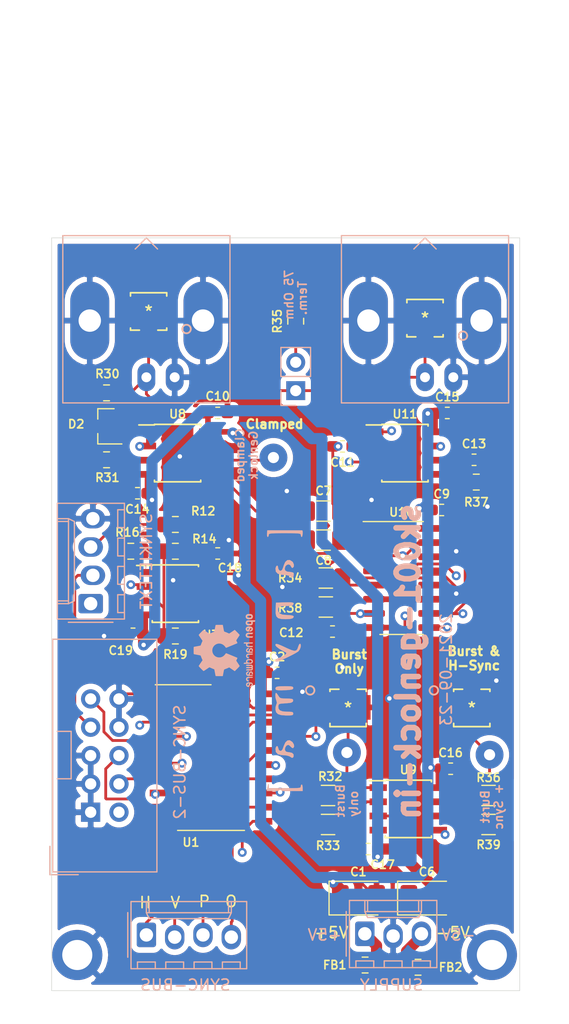
<source format=kicad_pcb>
(kicad_pcb (version 20171130) (host pcbnew "(5.1.5-0-10_14)")
  (layers (0 F.Cu signal) (1 In1.Cu signal) (2 In2.Cu signal) (31 B.Cu signal) (34 B.Paste user) (35 F.Paste user) (36 B.SilkS user) (37 F.SilkS user) (38 B.Mask user) (39 F.Mask user) (44 Edge.Cuts user))
  (net 0 "")
  (net 1 GND)
  (net 2 +5V)
  (net 3 -5V)
  (net 4 "Net-(C11-Pad2)")
  (net 5 "Net-(C7-Pad1)")
  (net 6 "Net-(C8-Pad1)")
  (net 7 "Net-(C11-Pad1)")
  (net 8 "Net-(C13-Pad1)")
  (net 9 "Net-(D2-Pad3)")
  (net 10 /supply+)
  (net 11 "Net-(FB2-Pad1)")
  (net 12 synkietxt)
  (net 13 synkietxt_enable)
  (net 14 synkietxt_in)
  (net 15 clamped_genlock)
  (net 16 "Net-(J4-Pad2)")
  (net 17 "Net-(J4-Pad4)")
  (net 18 "Net-(J4-Pad6)")
  (net 19 "Net-(J4-Pad9)")
  (net 20 "Net-(J17-Pad1)")
  (net 21 "Net-(J8-Pad1)")
  (net 22 "Net-(J8-Pad2)")
  (net 23 "Net-(J8-Pad3)")
  (net 24 "Net-(J8-Pad4)")
  (net 25 "Net-(J11-Pad1)")
  (net 26 /genlock_in)
  (net 27 "Net-(J16-Pad2)")
  (net 28 "Net-(R14-Pad2)")
  (net 29 "Net-(R31-Pad2)")
  (net 30 "Net-(R32-Pad1)")
  (net 31 /synctip)
  (net 32 "Net-(R36-Pad1)")
  (net 33 hsync)
  (net 34 vsync)
  (net 35 porch)
  (net 36 oddeven)
  (net 37 "Net-(U3-Pad5)")
  (net 38 /burst_only)
  (net 39 "Net-(U10-Pad4)")
  (module synkie_footprints:TE_UMCC_2337019-1 (layer F.Cu) (at 90 64.7 180)
    (fp_text reference J7 hide)
    (fp_text value UMCC hide)
    (fp_text user * (at 0 0) (layer F.SilkS))
    (pad 1 smd rect (at 0 -1.5744 180) (size 1 1.05) (layers F.Cu F.Paste F.Mask) (net 26 /genlock_in))
    (pad 2 smd rect (at -1.497501 -0.049399 180) (size 1.0414 2.2098) (layers F.Cu F.Paste F.Mask) (net 1 GND))
    (pad 3 smd rect (at 1.497501 -0.049399 180) (size 1.0414 2.2098) (layers F.Cu F.Paste F.Mask) (net 1 GND))
  )
  (module synkie_footprints:TE_UMCC_2337019-1 (layer F.Cu) (at 65.2 64.1 180)
    (fp_text reference J6 hide)
    (fp_text value UMCC hide)
    (fp_text user * (at 0 0) (layer F.SilkS))
    (pad 1 smd rect (at 0 -1.5744 180) (size 1 1.05) (layers F.Cu F.Paste F.Mask) (net 26 /genlock_in))
    (pad 2 smd rect (at -1.497501 -0.049399 180) (size 1.0414 2.2098) (layers F.Cu F.Paste F.Mask) (net 1 GND))
    (pad 3 smd rect (at 1.497501 -0.049399 180) (size 1.0414 2.2098) (layers F.Cu F.Paste F.Mask) (net 1 GND))
  )
  (module Package_SO:SO-20_12.8x7.5mm_P1.27mm (layer F.Cu) (at 70.8 104.1)
    (fp_text reference U1 (at -1.8 7.6) (layer F.SilkS) (effects (font (size 0.75 0.75))))
    (fp_text value 74HC244)
    (pad 20 smd rect (at 4.75 -5.715) (size 1.5 0.6) (layers F.Cu F.Paste F.Mask) (net 2 +5V))
    (pad 19 smd rect (at 4.75 -4.445) (size 1.5 0.6) (layers F.Cu F.Paste F.Mask) (net 1 GND))
    (pad 18 smd rect (at 4.75 -3.175) (size 1.5 0.6) (layers F.Cu F.Paste F.Mask) (net 21 "Net-(J8-Pad1)"))
    (pad 17 smd rect (at 4.75 -1.905) (size 1.5 0.6) (layers F.Cu F.Paste F.Mask) (net 33 hsync))
    (pad 16 smd rect (at 4.75 -0.635) (size 1.5 0.6) (layers F.Cu F.Paste F.Mask) (net 22 "Net-(J8-Pad2)"))
    (pad 15 smd rect (at 4.75 0.635) (size 1.5 0.6) (layers F.Cu F.Paste F.Mask) (net 34 vsync))
    (pad 14 smd rect (at 4.75 1.905) (size 1.5 0.6) (layers F.Cu F.Paste F.Mask) (net 23 "Net-(J8-Pad3)"))
    (pad 13 smd rect (at 4.75 3.175) (size 1.5 0.6) (layers F.Cu F.Paste F.Mask) (net 35 porch))
    (pad 12 smd rect (at 4.75 4.445) (size 1.5 0.6) (layers F.Cu F.Paste F.Mask) (net 24 "Net-(J8-Pad4)"))
    (pad 11 smd rect (at 4.75 5.715) (size 1.5 0.6) (layers F.Cu F.Paste F.Mask) (net 12 synkietxt))
    (pad 10 smd rect (at -4.75 5.715) (size 1.5 0.6) (layers F.Cu F.Paste F.Mask) (net 1 GND))
    (pad 9 smd rect (at -4.75 4.445) (size 1.5 0.6) (layers F.Cu F.Paste F.Mask) (net 18 "Net-(J4-Pad6)"))
    (pad 8 smd rect (at -4.75 3.175) (size 1.5 0.6) (layers F.Cu F.Paste F.Mask) (net 36 oddeven))
    (pad 7 smd rect (at -4.75 1.905) (size 1.5 0.6) (layers F.Cu F.Paste F.Mask) (net 17 "Net-(J4-Pad4)"))
    (pad 1 smd rect (at -4.75 -5.715) (size 1.5 0.6) (layers F.Cu F.Paste F.Mask) (net 1 GND))
    (pad 2 smd rect (at -4.75 -4.445) (size 1.5 0.6) (layers F.Cu F.Paste F.Mask) (net 33 hsync))
    (pad 3 smd rect (at -4.75 -3.175) (size 1.5 0.6) (layers F.Cu F.Paste F.Mask) (net 16 "Net-(J4-Pad2)"))
    (pad 4 smd rect (at -4.75 -1.905) (size 1.5 0.6) (layers F.Cu F.Paste F.Mask) (net 34 vsync))
    (pad 5 smd rect (at -4.75 -0.635) (size 1.5 0.6) (layers F.Cu F.Paste F.Mask) (net 19 "Net-(J4-Pad9)"))
    (pad 6 smd rect (at -4.75 0.635) (size 1.5 0.6) (layers F.Cu F.Paste F.Mask) (net 35 porch))
  )
  (module synkie_footprints:SOIC-8_3.9x4.9mm_P1.27mm (layer F.Cu) (at 88.2 76.8)
    (fp_text reference U11 (at 0 -3.5) (layer F.SilkS) (effects (font (size 0.75 0.75))))
    (fp_text value LM1881)
    (pad 8 smd rect (at 2.7 -1.905) (size 1.55 0.6) (layers F.Cu F.Paste F.Mask) (net 2 +5V))
    (pad 7 smd rect (at 2.7 -0.635) (size 1.55 0.6) (layers F.Cu F.Paste F.Mask) (net 36 oddeven))
    (pad 6 smd rect (at 2.7 0.635) (size 1.55 0.6) (layers F.Cu F.Paste F.Mask) (net 8 "Net-(C13-Pad1)"))
    (pad 5 smd rect (at 2.7 1.905) (size 1.55 0.6) (layers F.Cu F.Paste F.Mask) (net 35 porch))
    (pad 4 smd rect (at -2.7 1.905) (size 1.55 0.6) (layers F.Cu F.Paste F.Mask) (net 1 GND))
    (pad 3 smd rect (at -2.7 0.635) (size 1.55 0.6) (layers F.Cu F.Paste F.Mask) (net 34 vsync))
    (pad 2 smd rect (at -2.7 -0.635) (size 1.55 0.6) (layers F.Cu F.Paste F.Mask) (net 7 "Net-(C11-Pad1)"))
    (pad 1 smd rect (at -2.7 -1.905) (size 1.55 0.6) (layers F.Cu F.Paste F.Mask) (net 33 hsync))
  )
  (module synkie_footprints:SOIC-16_3.9x9.9mm_P1.27mm (layer F.Cu) (at 87.9 88)
    (fp_text reference U10 (at 0 -5.9) (layer F.SilkS) (effects (font (size 0.75 0.75))))
    (fp_text value 4053)
    (pad 1 smd roundrect (at -2.475 -4.445) (size 1.95 0.6) (layers F.Cu F.Paste F.Mask) (net 1 GND))
    (pad 2 smd roundrect (at -2.475 -3.175) (size 1.95 0.6) (layers F.Cu F.Paste F.Mask) (net 6 "Net-(C8-Pad1)"))
    (pad 3 smd roundrect (at -2.475 -1.905) (size 1.95 0.6) (layers F.Cu F.Paste F.Mask) (net 38 /burst_only))
    (pad 4 smd roundrect (at -2.475 -0.635) (size 1.95 0.6) (layers F.Cu F.Paste F.Mask) (net 39 "Net-(U10-Pad4)"))
    (pad 5 smd roundrect (at -2.475 0.635) (size 1.95 0.6) (layers F.Cu F.Paste F.Mask) (net 31 /synctip))
    (pad 6 smd roundrect (at -2.475 1.905) (size 1.95 0.6) (layers F.Cu F.Paste F.Mask) (net 1 GND))
    (pad 7 smd roundrect (at -2.475 3.175) (size 1.95 0.6) (layers F.Cu F.Paste F.Mask) (net 3 -5V))
    (pad 8 smd roundrect (at -2.475 4.445) (size 1.95 0.6) (layers F.Cu F.Paste F.Mask) (net 1 GND))
    (pad 9 smd roundrect (at 2.475 4.445) (size 1.95 0.6) (layers F.Cu F.Paste F.Mask) (net 33 hsync))
    (pad 10 smd roundrect (at 2.475 3.175) (size 1.95 0.6) (layers F.Cu F.Paste F.Mask) (net 35 porch))
    (pad 11 smd roundrect (at 2.475 1.905) (size 1.95 0.6) (layers F.Cu F.Paste F.Mask) (net 35 porch))
    (pad 12 smd roundrect (at 2.475 0.635) (size 1.95 0.6) (layers F.Cu F.Paste F.Mask) (net 5 "Net-(C7-Pad1)"))
    (pad 13 smd roundrect (at 2.475 -0.635) (size 1.95 0.6) (layers F.Cu F.Paste F.Mask) (net 1 GND))
    (pad 14 smd roundrect (at 2.475 -1.905) (size 1.95 0.6) (layers F.Cu F.Paste F.Mask) (net 1 GND))
    (pad 15 smd roundrect (at 2.475 -3.175) (size 1.95 0.6) (layers F.Cu F.Paste F.Mask) (net 38 /burst_only))
    (pad 16 smd roundrect (at 2.475 -4.445) (size 1.95 0.6) (layers F.Cu F.Paste F.Mask) (net 2 +5V))
  )
  (module synkie_footprints:SOIC-8_3.9x4.9mm_P1.27mm (layer F.Cu) (at 88.5 108.7)
    (fp_text reference U9 (at 0 -3.5) (layer F.SilkS) (effects (font (size 0.75 0.75))))
    (fp_text value MAX4392)
    (pad 8 smd rect (at 2.7 -1.905) (size 1.55 0.6) (layers F.Cu F.Paste F.Mask) (net 2 +5V))
    (pad 7 smd rect (at 2.7 -0.635) (size 1.55 0.6) (layers F.Cu F.Paste F.Mask) (net 20 "Net-(J17-Pad1)"))
    (pad 6 smd rect (at 2.7 0.635) (size 1.55 0.6) (layers F.Cu F.Paste F.Mask) (net 32 "Net-(R36-Pad1)"))
    (pad 5 smd rect (at 2.7 1.905) (size 1.55 0.6) (layers F.Cu F.Paste F.Mask) (net 39 "Net-(U10-Pad4)"))
    (pad 4 smd rect (at -2.7 1.905) (size 1.55 0.6) (layers F.Cu F.Paste F.Mask) (net 3 -5V))
    (pad 3 smd rect (at -2.7 0.635) (size 1.55 0.6) (layers F.Cu F.Paste F.Mask) (net 38 /burst_only))
    (pad 2 smd rect (at -2.7 -0.635) (size 1.55 0.6) (layers F.Cu F.Paste F.Mask) (net 30 "Net-(R32-Pad1)"))
    (pad 1 smd rect (at -2.7 -1.905) (size 1.55 0.6) (layers F.Cu F.Paste F.Mask) (net 25 "Net-(J11-Pad1)"))
  )
  (module synkie_footprints:SOIC-8_3.9x4.9mm_P1.27mm (layer F.Cu) (at 67.8 76.8)
    (fp_text reference U8 (at 0 -3.5) (layer F.SilkS) (effects (font (size 0.75 0.75))))
    (fp_text value LMH6643)
    (pad 8 smd rect (at 2.7 -1.905) (size 1.55 0.6) (layers F.Cu F.Paste F.Mask) (net 2 +5V))
    (pad 7 smd rect (at 2.7 -0.635) (size 1.55 0.6) (layers F.Cu F.Paste F.Mask) (net 15 clamped_genlock))
    (pad 6 smd rect (at 2.7 0.635) (size 1.55 0.6) (layers F.Cu F.Paste F.Mask) (net 15 clamped_genlock))
    (pad 5 smd rect (at 2.7 1.905) (size 1.55 0.6) (layers F.Cu F.Paste F.Mask) (net 5 "Net-(C7-Pad1)"))
    (pad 4 smd rect (at -2.7 1.905) (size 1.55 0.6) (layers F.Cu F.Paste F.Mask) (net 3 -5V))
    (pad 3 smd rect (at -2.7 0.635) (size 1.55 0.6) (layers F.Cu F.Paste F.Mask) (net 29 "Net-(R31-Pad2)"))
    (pad 2 smd rect (at -2.7 -0.635) (size 1.55 0.6) (layers F.Cu F.Paste F.Mask) (net 4 "Net-(C11-Pad2)"))
    (pad 1 smd rect (at -2.7 -1.905) (size 1.55 0.6) (layers F.Cu F.Paste F.Mask) (net 4 "Net-(C11-Pad2)"))
  )
  (module Symbol:OSHW-Logo2_7.3x6mm_SilkScreen (layer B.Cu) (at 72 94.5 270)
    (fp_text reference U7 hide)
    (fp_text value LOGO hide)
  )
  (module anyma_footprints:logo_anyma (layer B.Cu) (at 77.5 95.5 270)
    (fp_text reference U5 hide)
    (fp_text value LOGO hide)
  )
  (module synkie_footprints:SOIC-8_3.9x4.9mm_P1.27mm (layer F.Cu) (at 67.6 89.4)
    (fp_text reference U3 (at 3.2 3.7) (layer F.SilkS) (effects (font (size 0.75 0.75))))
    (fp_text value LM311)
    (pad 8 smd rect (at 2.7 -1.905) (size 1.55 0.6) (layers F.Cu F.Paste F.Mask) (net 2 +5V))
    (pad 7 smd rect (at 2.7 -0.635) (size 1.55 0.6) (layers F.Cu F.Paste F.Mask) (net 14 synkietxt_in))
    (pad 6 smd rect (at 2.7 0.635) (size 1.55 0.6) (layers F.Cu F.Paste F.Mask) (net 37 "Net-(U3-Pad5)"))
    (pad 5 smd rect (at 2.7 1.905) (size 1.55 0.6) (layers F.Cu F.Paste F.Mask) (net 37 "Net-(U3-Pad5)"))
    (pad 4 smd rect (at -2.7 1.905) (size 1.55 0.6) (layers F.Cu F.Paste F.Mask) (net 3 -5V))
    (pad 3 smd rect (at -2.7 0.635) (size 1.55 0.6) (layers F.Cu F.Paste F.Mask) (net 28 "Net-(R14-Pad2)"))
    (pad 2 smd rect (at -2.7 -0.635) (size 1.55 0.6) (layers F.Cu F.Paste F.Mask) (net 15 clamped_genlock))
    (pad 1 smd rect (at -2.7 -1.905) (size 1.55 0.6) (layers F.Cu F.Paste F.Mask) (net 1 GND))
  )
  (module synkie_footprints:R_1206_3216Metric_Pad1.42x1.75mm_HandSolder (layer F.Cu) (at 95.7 110.1 180)
    (fp_text reference R39 (at 0 -1.82) (layer F.SilkS) (effects (font (size 0.75 0.75))))
    (fp_text value 200)
    (pad 2 smd roundrect (at 1.4875 0 180) (size 1.425 1.75) (layers F.Cu F.Paste F.Mask) (roundrect_rratio 0.175439) (net 32 "Net-(R36-Pad1)"))
    (pad 1 smd roundrect (at -1.4875 0 180) (size 1.425 1.75) (layers F.Cu F.Paste F.Mask) (roundrect_rratio 0.175439) (net 1 GND))
  )
  (module synkie_footprints:R_1206_3216Metric_Pad1.42x1.75mm_HandSolder (layer F.Cu) (at 81.1 90.6 180)
    (fp_text reference R38 (at 3.2 -0.1) (layer F.SilkS) (effects (font (size 0.75 0.75))))
    (fp_text value 4k7)
    (pad 2 smd roundrect (at 1.4875 0 180) (size 1.425 1.75) (layers F.Cu F.Paste F.Mask) (roundrect_rratio 0.175439) (net 31 /synctip))
    (pad 1 smd roundrect (at -1.4875 0 180) (size 1.425 1.75) (layers F.Cu F.Paste F.Mask) (roundrect_rratio 0.175439) (net 3 -5V))
  )
  (module synkie_footprints:R_0805_2012Metric_Pad1.15x1.40mm_HandSolder (layer F.Cu) (at 94.6 79.4)
    (fp_text reference R37 (at 0 1.8) (layer F.SilkS) (effects (font (size 0.75 0.75))))
    (fp_text value 680k)
    (pad 2 smd roundrect (at 1.025 0) (size 1.15 1.4) (layers F.Cu F.Paste F.Mask) (roundrect_rratio 0.217391) (net 1 GND))
    (pad 1 smd roundrect (at -1.025 0) (size 1.15 1.4) (layers F.Cu F.Paste F.Mask) (roundrect_rratio 0.217391) (net 8 "Net-(C13-Pad1)"))
  )
  (module synkie_footprints:R_1206_3216Metric_Pad1.42x1.75mm_HandSolder (layer F.Cu) (at 95.7 107.5 180)
    (fp_text reference R36 (at 0 1.6) (layer F.SilkS) (effects (font (size 0.75 0.75))))
    (fp_text value 200)
    (pad 2 smd roundrect (at 1.4875 0 180) (size 1.425 1.75) (layers F.Cu F.Paste F.Mask) (roundrect_rratio 0.175439) (net 20 "Net-(J17-Pad1)"))
    (pad 1 smd roundrect (at -1.4875 0 180) (size 1.425 1.75) (layers F.Cu F.Paste F.Mask) (roundrect_rratio 0.175439) (net 32 "Net-(R36-Pad1)"))
  )
  (module synkie_footprints:R_0805_2012Metric_Pad1.15x1.40mm_HandSolder (layer F.Cu) (at 78.4 64.975 90)
    (fp_text reference R35 (at 0 -1.65 90) (layer F.SilkS) (effects (font (size 0.75 0.75))))
    (fp_text value 75)
    (pad 2 smd roundrect (at 1.025 0 90) (size 1.15 1.4) (layers F.Cu F.Paste F.Mask) (roundrect_rratio 0.217391) (net 1 GND))
    (pad 1 smd roundrect (at -1.025 0 90) (size 1.15 1.4) (layers F.Cu F.Paste F.Mask) (roundrect_rratio 0.217391) (net 27 "Net-(J16-Pad2)"))
  )
  (module synkie_footprints:R_1206_3216Metric_Pad1.42x1.75mm_HandSolder (layer F.Cu) (at 81.1 88 180)
    (fp_text reference R34 (at 3.2 0) (layer F.SilkS) (effects (font (size 0.75 0.75))))
    (fp_text value 150)
    (pad 2 smd roundrect (at 1.4875 0 180) (size 1.425 1.75) (layers F.Cu F.Paste F.Mask) (roundrect_rratio 0.175439) (net 1 GND))
    (pad 1 smd roundrect (at -1.4875 0 180) (size 1.425 1.75) (layers F.Cu F.Paste F.Mask) (roundrect_rratio 0.175439) (net 31 /synctip))
  )
  (module synkie_footprints:R_1206_3216Metric_Pad1.42x1.75mm_HandSolder (layer F.Cu) (at 81.3 110.1)
    (fp_text reference R33 (at 0 1.9) (layer F.SilkS) (effects (font (size 0.75 0.75))))
    (fp_text value 200)
    (pad 2 smd roundrect (at 1.4875 0) (size 1.425 1.75) (layers F.Cu F.Paste F.Mask) (roundrect_rratio 0.175439) (net 30 "Net-(R32-Pad1)"))
    (pad 1 smd roundrect (at -1.4875 0) (size 1.425 1.75) (layers F.Cu F.Paste F.Mask) (roundrect_rratio 0.175439) (net 1 GND))
  )
  (module synkie_footprints:R_1206_3216Metric_Pad1.42x1.75mm_HandSolder (layer F.Cu) (at 81.3 107.5)
    (fp_text reference R32 (at 0.2 -1.7) (layer F.SilkS) (effects (font (size 0.75 0.75))))
    (fp_text value 200)
    (pad 2 smd roundrect (at 1.4875 0) (size 1.425 1.75) (layers F.Cu F.Paste F.Mask) (roundrect_rratio 0.175439) (net 25 "Net-(J11-Pad1)"))
    (pad 1 smd roundrect (at -1.4875 0) (size 1.425 1.75) (layers F.Cu F.Paste F.Mask) (roundrect_rratio 0.175439) (net 30 "Net-(R32-Pad1)"))
  )
  (module synkie_footprints:R_0805_2012Metric_Pad1.15x1.40mm_HandSolder (layer F.Cu) (at 61.425 77.4)
    (fp_text reference R31 (at 0.075 1.6) (layer F.SilkS) (effects (font (size 0.75 0.75))))
    (fp_text value 75)
    (pad 2 smd roundrect (at 1.025 0) (size 1.15 1.4) (layers F.Cu F.Paste F.Mask) (roundrect_rratio 0.217391) (net 29 "Net-(R31-Pad2)"))
    (pad 1 smd roundrect (at -1.025 0) (size 1.15 1.4) (layers F.Cu F.Paste F.Mask) (roundrect_rratio 0.217391) (net 9 "Net-(D2-Pad3)"))
  )
  (module synkie_footprints:R_0805_2012Metric_Pad1.15x1.40mm_HandSolder (layer F.Cu) (at 61.425 71.4 180)
    (fp_text reference R30 (at -0.075 1.7) (layer F.SilkS) (effects (font (size 0.75 0.75))))
    (fp_text value 75)
    (pad 2 smd roundrect (at 1.025 0 180) (size 1.15 1.4) (layers F.Cu F.Paste F.Mask) (roundrect_rratio 0.217391) (net 9 "Net-(D2-Pad3)"))
    (pad 1 smd roundrect (at -1.025 0 180) (size 1.15 1.4) (layers F.Cu F.Paste F.Mask) (roundrect_rratio 0.217391) (net 26 /genlock_in))
  )
  (module synkie_footprints:R_0805_2012Metric_Pad1.15x1.40mm_HandSolder (layer F.Cu) (at 67.6 93.2 180)
    (fp_text reference R19 (at 0 -1.65) (layer F.SilkS) (effects (font (size 0.75 0.75))))
    (fp_text value 510k)
    (pad 2 smd roundrect (at 1.025 0 180) (size 1.15 1.4) (layers F.Cu F.Paste F.Mask) (roundrect_rratio 0.217391) (net 28 "Net-(R14-Pad2)"))
    (pad 1 smd roundrect (at -1.025 0 180) (size 1.15 1.4) (layers F.Cu F.Paste F.Mask) (roundrect_rratio 0.217391) (net 14 synkietxt_in))
  )
  (module synkie_footprints:R_0805_2012Metric_Pad1.15x1.40mm_HandSolder (layer F.Cu) (at 63.6 85.6 180)
    (fp_text reference R16 (at 0.3 1.7) (layer F.SilkS) (effects (font (size 0.75 0.75))))
    (fp_text value 300)
    (pad 2 smd roundrect (at 1.025 0 180) (size 1.15 1.4) (layers F.Cu F.Paste F.Mask) (roundrect_rratio 0.217391) (net 1 GND))
    (pad 1 smd roundrect (at -1.025 0 180) (size 1.15 1.4) (layers F.Cu F.Paste F.Mask) (roundrect_rratio 0.217391) (net 28 "Net-(R14-Pad2)"))
  )
  (module synkie_footprints:R_0805_2012Metric_Pad1.15x1.40mm_HandSolder (layer F.Cu) (at 67.6 85.6 180)
    (fp_text reference R14 (at -2.6 1.1) (layer F.SilkS) (effects (font (size 0.75 0.75))))
    (fp_text value 3k)
    (pad 2 smd roundrect (at 1.025 0 180) (size 1.15 1.4) (layers F.Cu F.Paste F.Mask) (roundrect_rratio 0.217391) (net 28 "Net-(R14-Pad2)"))
    (pad 1 smd roundrect (at -1.025 0 180) (size 1.15 1.4) (layers F.Cu F.Paste F.Mask) (roundrect_rratio 0.217391) (net 2 +5V))
  )
  (module synkie_footprints:R_0805_2012Metric_Pad1.15x1.40mm_HandSolder (layer F.Cu) (at 67.6 83.2 180)
    (fp_text reference R12 (at -2.5 1.2) (layer F.SilkS) (effects (font (size 0.75 0.75))))
    (fp_text value 3k)
    (pad 2 smd roundrect (at 1.025 0 180) (size 1.15 1.4) (layers F.Cu F.Paste F.Mask) (roundrect_rratio 0.217391) (net 14 synkietxt_in))
    (pad 1 smd roundrect (at -1.025 0 180) (size 1.15 1.4) (layers F.Cu F.Paste F.Mask) (roundrect_rratio 0.217391) (net 2 +5V))
  )
  (module synkie_footprints:TE_UMCC_2337019-1 (layer F.Cu) (at 94.197501 99.649399)
    (fp_text reference J17 hide)
    (fp_text value UMCC hide)
    (fp_text user * (at 0 0) (layer F.SilkS))
    (pad 1 smd rect (at 0 -1.5744) (size 1 1.05) (layers F.Cu F.Paste F.Mask) (net 20 "Net-(J17-Pad1)"))
    (pad 2 smd rect (at -1.497501 -0.049399) (size 1.0414 2.2098) (layers F.Cu F.Paste F.Mask) (net 1 GND))
    (pad 3 smd rect (at 1.497501 -0.049399) (size 1.0414 2.2098) (layers F.Cu F.Paste F.Mask) (net 1 GND))
  )
  (module synkie_footprints:PinHeader_1x02_P2.54mm_Vertical (layer B.Cu) (at 78.4 71.2)
    (fp_text reference J16 hide)
    (fp_text value Conn_01x02)
    (pad 2 thru_hole oval (at 0 -2.54) (size 1.7 1.7) (drill 1) (layers *.Cu *.Mask) (net 27 "Net-(J16-Pad2)"))
    (pad 1 thru_hole rect (at 0 0) (size 1.7 1.7) (drill 1) (layers *.Cu *.Mask) (net 26 /genlock_in))
  )
  (module synkie_footprints:BNC_MOLEX_0731000080_Horizontal (layer B.Cu) (at 65 70 180)
    (fp_text reference J14 hide)
    (fp_text value Conn_Coaxial)
    (pad 2 thru_hole oval (at -5.08 5.08 180) (size 3.5 7) (drill 2.01) (layers *.Cu *.Mask) (net 1 GND))
    (pad 2 thru_hole oval (at 5.08 5.08 180) (size 3.5 7) (drill 2.01) (layers *.Cu *.Mask) (net 1 GND))
    (pad 1 thru_hole oval (at 0 0 180) (size 1.6 2.5) (drill 0.89) (layers *.Cu *.Mask) (net 26 /genlock_in))
    (pad 2 thru_hole oval (at -2.54 0 180) (size 1.6 2.5) (drill 0.89) (layers *.Cu *.Mask) (net 1 GND))
  )
  (module synkie_footprints:TE_UMCC_2337019-1 (layer F.Cu) (at 83.097501 99.649399)
    (fp_text reference J13 hide)
    (fp_text value UMCC hide)
    (fp_text user * (at 0 0) (layer F.SilkS))
    (pad 1 smd rect (at 0 -1.5744) (size 1 1.05) (layers F.Cu F.Paste F.Mask) (net 25 "Net-(J11-Pad1)"))
    (pad 2 smd rect (at -1.497501 -0.049399) (size 1.0414 2.2098) (layers F.Cu F.Paste F.Mask) (net 1 GND))
    (pad 3 smd rect (at 1.497501 -0.049399) (size 1.0414 2.2098) (layers F.Cu F.Paste F.Mask) (net 1 GND))
  )
  (module synkie_footprints:BNC_MOLEX_0731000080_Horizontal (layer B.Cu) (at 90 70 180)
    (fp_text reference J12 hide)
    (fp_text value Conn_Coaxial)
    (pad 2 thru_hole oval (at -5.08 5.08 180) (size 3.5 7) (drill 2.01) (layers *.Cu *.Mask) (net 1 GND))
    (pad 2 thru_hole oval (at 5.08 5.08 180) (size 3.5 7) (drill 2.01) (layers *.Cu *.Mask) (net 1 GND))
    (pad 1 thru_hole oval (at 0 0 180) (size 1.6 2.5) (drill 0.89) (layers *.Cu *.Mask) (net 26 /genlock_in))
    (pad 2 thru_hole oval (at -2.54 0 180) (size 1.6 2.5) (drill 0.89) (layers *.Cu *.Mask) (net 1 GND))
  )
  (module synkie_footprints:Solderpad_1mm (layer F.Cu) (at 83.5 103.9)
    (fp_text reference J11 hide)
    (fp_text value Burst_Only)
    (pad 1 thru_hole circle (at -0.508 -0.254) (size 2.5 2.5) (drill 1) (layers *.Cu *.Mask) (net 25 "Net-(J11-Pad1)"))
  )
  (module synkie_footprints:Molex_KK-254_AE-6410-04A_1x04_P2.54mm_Vertical (layer B.Cu) (at 65 120)
    (fp_text reference J8 hide)
    (fp_text value Sync-Bus)
    (pad 1 thru_hole roundrect (at 0 0) (size 1.74 2.2) (drill 1.2) (layers *.Cu *.Mask) (roundrect_rratio 0.143678) (net 21 "Net-(J8-Pad1)"))
    (pad 2 thru_hole oval (at 2.54 0.2) (size 1.74 2.2) (drill 1.2) (layers *.Cu *.Mask) (net 22 "Net-(J8-Pad2)"))
    (pad 3 thru_hole oval (at 5.08 0) (size 1.74 2.2) (drill 1.2) (layers *.Cu *.Mask) (net 23 "Net-(J8-Pad3)"))
    (pad 4 thru_hole oval (at 7.62 0.2) (size 1.74 2.2) (drill 1.2) (layers *.Cu *.Mask) (net 24 "Net-(J8-Pad4)"))
  )
  (module synkie_footprints:Solderpad_1mm (layer F.Cu) (at 96.3 104.1)
    (fp_text reference J5 hide)
    (fp_text value Burst_and_HSync)
    (pad 1 thru_hole circle (at -0.508 -0.254) (size 2.5 2.5) (drill 1) (layers *.Cu *.Mask) (net 20 "Net-(J17-Pad1)"))
  )
  (module synkie_footprints:IDC-Header_2x05_P2.54mm_Vertical (layer B.Cu) (at 60 109)
    (fp_text reference J4 hide)
    (fp_text value Syncbus)
    (pad 1 thru_hole rect (at 0 0) (size 1.7272 1.7272) (drill 1.016) (layers *.Cu *.Mask) (net 1 GND))
    (pad 2 thru_hole oval (at 2.54 0) (size 1.7272 1.7272) (drill 1.016) (layers *.Cu *.Mask) (net 16 "Net-(J4-Pad2)"))
    (pad 3 thru_hole oval (at 0 -2.54) (size 1.7272 1.7272) (drill 1.016) (layers *.Cu *.Mask) (net 1 GND))
    (pad 4 thru_hole oval (at 2.54 -2.54) (size 1.7272 1.7272) (drill 1.016) (layers *.Cu *.Mask) (net 17 "Net-(J4-Pad4)"))
    (pad 5 thru_hole oval (at 0 -5.08) (size 1.7272 1.7272) (drill 1.016) (layers *.Cu *.Mask) (net 1 GND))
    (pad 6 thru_hole oval (at 2.54 -5.08) (size 1.7272 1.7272) (drill 1.016) (layers *.Cu *.Mask) (net 18 "Net-(J4-Pad6)"))
    (pad 7 thru_hole oval (at 0 -7.62) (size 1.7272 1.7272) (drill 1.016) (layers *.Cu *.Mask) (net 13 synkietxt_enable))
    (pad 8 thru_hole oval (at 2.54 -7.62) (size 1.7272 1.7272) (drill 1.016) (layers *.Cu *.Mask) (net 1 GND))
    (pad 9 thru_hole oval (at 0 -10.16) (size 1.7272 1.7272) (drill 1.016) (layers *.Cu *.Mask) (net 19 "Net-(J4-Pad9)"))
    (pad 10 thru_hole oval (at 2.54 -10.16) (size 1.7272 1.7272) (drill 1.016) (layers *.Cu *.Mask) (net 1 GND))
  )
  (module synkie_footprints:Solderpad_1mm (layer F.Cu) (at 76.908 77.454)
    (fp_text reference J3 hide)
    (fp_text value Clamped_Genlock)
    (pad 1 thru_hole circle (at -0.508 -0.254) (size 2.5 2.5) (drill 1) (layers *.Cu *.Mask) (net 15 clamped_genlock))
  )
  (module synkie_footprints:Molex_KK-254_AE-6410-04A_1x04_P2.54mm_Vertical (layer B.Cu) (at 60 90.3 90)
    (fp_text reference J2 hide)
    (fp_text value SynkieTxt)
    (pad 1 thru_hole roundrect (at 0 0 90) (size 1.74 2.2) (drill 1.2) (layers *.Cu *.Mask) (roundrect_rratio 0.143678) (net 12 synkietxt))
    (pad 2 thru_hole oval (at 2.54 0.2 90) (size 1.74 2.2) (drill 1.2) (layers *.Cu *.Mask) (net 13 synkietxt_enable))
    (pad 3 thru_hole oval (at 5.08 0 90) (size 1.74 2.2) (drill 1.2) (layers *.Cu *.Mask) (net 14 synkietxt_in))
    (pad 4 thru_hole oval (at 7.62 0.2 90) (size 1.74 2.2) (drill 1.2) (layers *.Cu *.Mask) (net 1 GND))
  )
  (module synkie_footprints:Molex_KK-254_AE-6410-03A_1x03_P2.54mm_Vertical (layer B.Cu) (at 84.6 119.9)
    (fp_text reference J1 hide)
    (fp_text value Supply)
    (pad 3 thru_hole oval (at 5.08 0) (size 1.74 2.2) (drill 1.2) (layers *.Cu *.Mask) (net 11 "Net-(FB2-Pad1)"))
    (pad 2 thru_hole oval (at 2.54 0.2) (size 1.74 2.2) (drill 1.2) (layers *.Cu *.Mask) (net 1 GND))
    (pad 1 thru_hole roundrect (at 0 0) (size 1.74 2.2) (drill 1.2) (layers *.Cu *.Mask) (roundrect_rratio 0.143678) (net 10 /supply+))
  )
  (module MountingHole:MountingHole_2.7mm_M2.5_ISO7380_Pad (layer F.Cu) (at 58.8 121.8)
    (fp_text reference H2 hide)
    (fp_text value MountingHole_Pad)
    (pad 1 thru_hole circle (at 0 0) (size 4.5 4.5) (drill 2.7) (layers *.Cu *.Mask) (net 1 GND))
  )
  (module MountingHole:MountingHole_2.7mm_M2.5_ISO7380_Pad (layer F.Cu) (at 96 121.8)
    (fp_text reference H1 hide)
    (fp_text value MountingHole_Pad)
    (pad 1 thru_hole circle (at 0 0) (size 4.5 4.5) (drill 2.7) (layers *.Cu *.Mask) (net 1 GND))
  )
  (module synkie_footprints:L_0805_2012Metric_Pad1.15x1.40mm_HandSolder (layer F.Cu) (at 89.375 122.9)
    (fp_text reference FB2 (at 2.925 0) (layer F.SilkS) (effects (font (size 0.75 0.75))))
    (fp_text value Ferrite_Bead)
    (pad 1 smd roundrect (at -1.025 0) (size 1.15 1.4) (layers F.Cu F.Paste F.Mask) (roundrect_rratio 0.217391) (net 11 "Net-(FB2-Pad1)"))
    (pad 2 smd roundrect (at 1.025 0) (size 1.15 1.4) (layers F.Cu F.Paste F.Mask) (roundrect_rratio 0.217391) (net 3 -5V))
  )
  (module synkie_footprints:L_0805_2012Metric_Pad1.15x1.40mm_HandSolder (layer F.Cu) (at 84.625 122.7 180)
    (fp_text reference FB1 (at 2.725 0) (layer F.SilkS) (effects (font (size 0.75 0.75))))
    (fp_text value Ferrite_Bead)
    (pad 1 smd roundrect (at -1.025 0 180) (size 1.15 1.4) (layers F.Cu F.Paste F.Mask) (roundrect_rratio 0.217391) (net 10 /supply+))
    (pad 2 smd roundrect (at 1.025 0 180) (size 1.15 1.4) (layers F.Cu F.Paste F.Mask) (roundrect_rratio 0.217391) (net 2 +5V))
  )
  (module Package_TO_SOT_SMD:SOT-23 (layer F.Cu) (at 61.4 74.4 180)
    (fp_text reference D2 (at 2.7 0.2) (layer F.SilkS) (effects (font (size 0.75 0.75))))
    (fp_text value BAT54S)
    (pad 3 smd rect (at 1 0 180) (size 0.9 0.8) (layers F.Cu F.Paste F.Mask) (net 9 "Net-(D2-Pad3)"))
    (pad 2 smd rect (at -1 0.95 180) (size 0.9 0.8) (layers F.Cu F.Paste F.Mask) (net 2 +5V))
    (pad 1 smd rect (at -1 -0.95 180) (size 0.9 0.8) (layers F.Cu F.Paste F.Mask) (net 3 -5V))
  )
  (module synkie_footprints:C_0603_1608Metric_Pad1.05x0.95mm_HandSolder (layer F.Cu) (at 63.8 93)
    (fp_text reference C19 (at -1.1 1.5) (layer F.SilkS) (effects (font (size 0.75 0.75))))
    (fp_text value 100n)
    (pad 2 smd roundrect (at 0.875 0) (size 1.05 0.95) (layers F.Cu F.Paste F.Mask) (net 3 -5V))
    (pad 1 smd roundrect (at -0.875 0) (size 1.05 0.95) (layers F.Cu F.Paste F.Mask) (net 1 GND))
  )
  (module synkie_footprints:C_0603_1608Metric_Pad1.05x0.95mm_HandSolder (layer F.Cu) (at 71.4 85.8)
    (fp_text reference C18 (at 1.1 1.3) (layer F.SilkS) (effects (font (size 0.75 0.75))))
    (fp_text value 100n)
    (pad 2 smd roundrect (at 0.875 0) (size 1.05 0.95) (layers F.Cu F.Paste F.Mask) (net 1 GND))
    (pad 1 smd roundrect (at -0.875 0) (size 1.05 0.95) (layers F.Cu F.Paste F.Mask) (net 2 +5V))
  )
  (module synkie_footprints:C_0603_1608Metric_Pad1.05x0.95mm_HandSolder (layer F.Cu) (at 84.9 112.3)
    (fp_text reference C17 (at 1.3 1.4) (layer F.SilkS) (effects (font (size 0.75 0.75))))
    (fp_text value 100n)
    (pad 2 smd roundrect (at 0.875 0) (size 1.05 0.95) (layers F.Cu F.Paste F.Mask) (net 3 -5V))
    (pad 1 smd roundrect (at -0.875 0) (size 1.05 0.95) (layers F.Cu F.Paste F.Mask) (net 1 GND))
  )
  (module synkie_footprints:C_0603_1608Metric_Pad1.05x0.95mm_HandSolder (layer F.Cu) (at 92.3 105.1)
    (fp_text reference C16 (at 0 -1.43) (layer F.SilkS) (effects (font (size 0.75 0.75))))
    (fp_text value 100n)
    (pad 2 smd roundrect (at 0.875 0) (size 1.05 0.95) (layers F.Cu F.Paste F.Mask) (net 1 GND))
    (pad 1 smd roundrect (at -0.875 0) (size 1.05 0.95) (layers F.Cu F.Paste F.Mask) (net 2 +5V))
  )
  (module synkie_footprints:C_0603_1608Metric_Pad1.05x0.95mm_HandSolder (layer F.Cu) (at 92 73.2)
    (fp_text reference C15 (at 0 -1.43) (layer F.SilkS) (effects (font (size 0.75 0.75))))
    (fp_text value 100n)
    (pad 2 smd roundrect (at 0.875 0) (size 1.05 0.95) (layers F.Cu F.Paste F.Mask) (net 1 GND))
    (pad 1 smd roundrect (at -0.875 0) (size 1.05 0.95) (layers F.Cu F.Paste F.Mask) (net 2 +5V))
  )
  (module synkie_footprints:C_0603_1608Metric_Pad1.05x0.95mm_HandSolder (layer F.Cu) (at 64.2 80.4 180)
    (fp_text reference C14 (at 0 -1.43) (layer F.SilkS) (effects (font (size 0.75 0.75))))
    (fp_text value 100n)
    (pad 2 smd roundrect (at 0.875 0 180) (size 1.05 0.95) (layers F.Cu F.Paste F.Mask) (net 1 GND))
    (pad 1 smd roundrect (at -0.875 0 180) (size 1.05 0.95) (layers F.Cu F.Paste F.Mask) (net 3 -5V))
  )
  (module synkie_footprints:C_0603_1608Metric_Pad1.05x0.95mm_HandSolder (layer F.Cu) (at 94.4 77.4)
    (fp_text reference C13 (at 0 -1.43) (layer F.SilkS) (effects (font (size 0.75 0.75))))
    (fp_text value 100n)
    (pad 2 smd roundrect (at 0.875 0) (size 1.05 0.95) (layers F.Cu F.Paste F.Mask) (net 1 GND))
    (pad 1 smd roundrect (at -0.875 0) (size 1.05 0.95) (layers F.Cu F.Paste F.Mask) (net 8 "Net-(C13-Pad1)"))
  )
  (module synkie_footprints:C_0603_1608Metric_Pad1.05x0.95mm_HandSolder (layer F.Cu) (at 81.7 92.8)
    (fp_text reference C12 (at -3.7 0.1) (layer F.SilkS) (effects (font (size 0.75 0.75))))
    (fp_text value 100n)
    (pad 2 smd roundrect (at 0.875 0) (size 1.05 0.95) (layers F.Cu F.Paste F.Mask) (net 3 -5V))
    (pad 1 smd roundrect (at -0.875 0) (size 1.05 0.95) (layers F.Cu F.Paste F.Mask) (net 1 GND))
  )
  (module synkie_footprints:C_0603_1608Metric_Pad1.05x0.95mm_HandSolder (layer F.Cu) (at 82.6 76.2 180)
    (fp_text reference C11 (at 0 -1.43) (layer F.SilkS) (effects (font (size 0.75 0.75))))
    (fp_text value 100n)
    (pad 2 smd roundrect (at 0.875 0 180) (size 1.05 0.95) (layers F.Cu F.Paste F.Mask) (net 4 "Net-(C11-Pad2)"))
    (pad 1 smd roundrect (at -0.875 0 180) (size 1.05 0.95) (layers F.Cu F.Paste F.Mask) (net 7 "Net-(C11-Pad1)"))
  )
  (module synkie_footprints:C_0603_1608Metric_Pad1.05x0.95mm_HandSolder (layer F.Cu) (at 71.4 73.2 180)
    (fp_text reference C10 (at 0 1.5) (layer F.SilkS) (effects (font (size 0.75 0.75))))
    (fp_text value 100n)
    (pad 2 smd roundrect (at 0.875 0 180) (size 1.05 0.95) (layers F.Cu F.Paste F.Mask) (net 2 +5V))
    (pad 1 smd roundrect (at -0.875 0 180) (size 1.05 0.95) (layers F.Cu F.Paste F.Mask) (net 1 GND))
  )
  (module synkie_footprints:C_0603_1608Metric_Pad1.05x0.95mm_HandSolder (layer F.Cu) (at 91.5 81.9)
    (fp_text reference C9 (at 0 -1.43) (layer F.SilkS) (effects (font (size 0.75 0.75))))
    (fp_text value 100n)
    (pad 2 smd roundrect (at 0.875 0) (size 1.05 0.95) (layers F.Cu F.Paste F.Mask) (net 1 GND))
    (pad 1 smd roundrect (at -0.875 0) (size 1.05 0.95) (layers F.Cu F.Paste F.Mask) (net 2 +5V))
  )
  (module synkie_footprints:C_1206_3216Metric_Pad1.42x1.75mm_HandSolder (layer F.Cu) (at 80.9 84.6 180)
    (fp_text reference C8 (at 0 -1.82) (layer F.SilkS) (effects (font (size 0.75 0.75))))
    (fp_text value 1u)
    (pad 2 smd roundrect (at 1.4875 0 180) (size 1.425 1.75) (layers F.Cu F.Paste F.Mask) (roundrect_rratio 0.175439) (net 5 "Net-(C7-Pad1)"))
    (pad 1 smd roundrect (at -1.4875 0 180) (size 1.425 1.75) (layers F.Cu F.Paste F.Mask) (roundrect_rratio 0.175439) (net 6 "Net-(C8-Pad1)"))
  )
  (module synkie_footprints:C_1206_3216Metric_Pad1.42x1.75mm_HandSolder (layer F.Cu) (at 80.9 82)
    (fp_text reference C7 (at 0 -1.82) (layer F.SilkS) (effects (font (size 0.75 0.75))))
    (fp_text value 1u)
    (pad 2 smd roundrect (at 1.4875 0) (size 1.425 1.75) (layers F.Cu F.Paste F.Mask) (roundrect_rratio 0.175439) (net 4 "Net-(C11-Pad2)"))
    (pad 1 smd roundrect (at -1.4875 0) (size 1.425 1.75) (layers F.Cu F.Paste F.Mask) (roundrect_rratio 0.175439) (net 5 "Net-(C7-Pad1)"))
  )
  (module synkie_footprints:CP_EIA-3528-21_Kemet-B_Pad1.50x2.35mm_HandSolder (layer F.Cu) (at 90.175 116.7)
    (fp_text reference C6 (at 0 -2.35) (layer F.SilkS) (effects (font (size 0.75 0.75))))
    (fp_text value 10u)
    (pad 2 smd roundrect (at 1.625 0) (size 1.5 2.35) (layers F.Cu F.Paste F.Mask) (roundrect_rratio 0.166667) (net 3 -5V))
    (pad 1 smd roundrect (at -1.625 0) (size 1.5 2.35) (layers F.Cu F.Paste F.Mask) (roundrect_rratio 0.166667) (net 1 GND))
  )
  (module synkie_footprints:R_0603_1608Metric_Pad1.05x0.95mm_HandSolder (layer F.Cu) (at 76.725 96.5)
    (fp_text reference C2 (at 0 -1.43) (layer F.SilkS) (effects (font (size 0.75 0.75))))
    (fp_text value C)
    (pad 2 smd roundrect (at 0.875 0) (size 1.05 0.95) (layers F.Cu F.Paste F.Mask) (net 1 GND))
    (pad 1 smd roundrect (at -0.875 0) (size 1.05 0.95) (layers F.Cu F.Paste F.Mask) (net 2 +5V))
  )
  (module synkie_footprints:CP_EIA-3528-21_Kemet-B_Pad1.50x2.35mm_HandSolder (layer F.Cu) (at 84.025 116.7)
    (fp_text reference C1 (at 0 -2.35) (layer F.SilkS) (effects (font (size 0.75 0.75))))
    (fp_text value 10u)
    (pad 2 smd roundrect (at 1.625 0) (size 1.5 2.35) (layers F.Cu F.Paste F.Mask) (roundrect_rratio 0.166667) (net 1 GND))
    (pad 1 smd roundrect (at -1.625 0) (size 1.5 2.35) (layers F.Cu F.Paste F.Mask) (roundrect_rratio 0.166667) (net 2 +5V))
  )
  (gr_text "75 Ohm \nTerm." (at 78.4 62.9 90) (layer B.SilkS) (effects (font (size 0.75 0.75)) (justify mirror)))
  (gr_text -5V (at 92.5 119.8) (layer F.SilkS) (effects (font (size 1 1))))
  (gr_text +5V (at 81.6 119.8) (layer F.SilkS) (effects (font (size 1 1))))
  (gr_text O (at 72.6 117) (layer F.SilkS) (effects (font (size 1 1))))
  (gr_text P (at 70.2 117) (layer F.SilkS) (effects (font (size 1 1))))
  (gr_text V (at 67.6 117.1) (layer F.SilkS) (effects (font (size 1 1))))
  (gr_text H (at 64.9 117.1) (layer F.SilkS) (effects (font (size 1 1))))
  (gr_text "Burst\nOnly" (at 83.2 95.5) (layer F.SilkS) (effects (font (size 0.8 0.8) (thickness 0.2))))
  (gr_text "Burst &\nH-Sync" (at 94.4 95.2) (layer F.SilkS) (effects (font (size 0.8 0.8) (thickness 0.2))))
  (gr_text Clamped (at 76.5 74.2) (layer F.SilkS) (effects (font (size 0.8 0.8) (thickness 0.2))))
  (gr_text "Burst \nonly" (at 83 108.25 90) (layer B.SilkS) (effects (font (size 0.75 0.75)) (justify mirror)))
  (gr_text "Burst\n+ Sync" (at 96 108.5 90) (layer B.SilkS) (effects (font (size 0.75 0.75)) (justify mirror)))
  (gr_text "Clamped\nGenlock" (at 74 77 90) (layer B.SilkS) (effects (font (size 0.75 0.75)) (justify mirror)))
  (gr_text -5V (at 93 120) (layer B.SilkS) (effects (font (size 1 1)) (justify mirror)))
  (gr_text +5V (at 81 120) (layer B.SilkS) (effects (font (size 1 1)) (justify mirror)))
  (gr_text 2021-09-23 (at 91.9 96.2 90) (layer B.SilkS) (effects (font (size 1 1)) (justify mirror)))
  (gr_text sk001-genlock-in (at 88.5 95.5 90) (layer B.SilkS) (effects (font (size 2 2) (thickness 0.5)) (justify mirror)))
  (gr_text "SUPPLY\n" (at 87 124.5) (layer B.SilkS) (effects (font (size 1 1)) (justify mirror)))
  (gr_text SYNC-BUS (at 68.5 124.5) (layer B.SilkS) (effects (font (size 1 1)) (justify mirror)))
  (gr_text SYNC-BUS-2 (at 68 104.5 90) (layer B.SilkS) (effects (font (size 1 1)) (justify mirror)))
  (gr_text SYNKIETEXT (at 65 86.5 90) (layer B.SilkS) (effects (font (size 1 1)) (justify mirror)))
  (gr_line (start 56.5 125) (end 56.5 57.5) (layer Edge.Cuts) (width 0.05))
  (gr_line (start 98.5 125) (end 56.5 125) (layer Edge.Cuts) (width 0.05))
  (gr_line (start 98.5 57.5) (end 98.5 125) (layer Edge.Cuts) (width 0.05))
  (gr_line (start 56.5 57.5) (end 98.5 57.5) (layer Edge.Cuts) (width 0.05))
  (segment (start 62.995 98.385) (end 62.54 98.84) (width 0.25) (layer F.Cu) (net 1))
  (segment (start 66.05 98.385) (end 62.995 98.385) (width 0.25) (layer F.Cu) (net 1))
  (segment (start 60.2 81.56) (end 60.2 82.68) (width 0.25) (layer F.Cu) (net 1))
  (segment (start 61.36 80.4) (end 60.2 81.56) (width 0.25) (layer F.Cu) (net 1))
  (segment (start 63.325 80.4) (end 61.36 80.4) (width 0.25) (layer F.Cu) (net 1))
  (segment (start 88.55 116.7) (end 85.65 116.7) (width 0.25) (layer F.Cu) (net 1))
  (segment (start 84.025 115.075) (end 85.65 116.7) (width 0.25) (layer F.Cu) (net 1))
  (segment (start 84.025 112.3) (end 84.025 115.075) (width 0.25) (layer F.Cu) (net 1))
  (segment (start 82.725 112.3) (end 83.5 112.3) (width 0.25) (layer F.Cu) (net 1))
  (segment (start 83.5 112.3) (end 84.025 112.3) (width 0.25) (layer F.Cu) (net 1))
  (segment (start 80.525 110.1) (end 82.725 112.3) (width 0.25) (layer F.Cu) (net 1))
  (segment (start 79.8125 110.1) (end 80.525 110.1) (width 0.25) (layer F.Cu) (net 1))
  (segment (start 87.14 118.11) (end 88.55 116.7) (width 0.25) (layer F.Cu) (net 1))
  (segment (start 87.14 120.1) (end 87.14 118.11) (width 0.25) (layer F.Cu) (net 1))
  (segment (start 87.14 123.27819) (end 87.911809 124.049999) (width 0.25) (layer F.Cu) (net 1))
  (segment (start 93.750001 124.049999) (end 96 121.8) (width 0.25) (layer F.Cu) (net 1))
  (segment (start 87.14 120.1) (end 87.14 123.27819) (width 0.25) (layer F.Cu) (net 1))
  (segment (start 89.449999 124.049999) (end 61.049999 124.049999) (width 0.25) (layer F.Cu) (net 1))
  (segment (start 87.911809 124.049999) (end 89.449999 124.049999) (width 0.25) (layer F.Cu) (net 1))
  (segment (start 61.049999 124.049999) (end 58.8 121.8) (width 0.25) (layer F.Cu) (net 1))
  (segment (start 89.449999 124.049999) (end 93.750001 124.049999) (width 0.25) (layer F.Cu) (net 1))
  (via (at 92.8 85.6) (size 0.8) (drill 0.4) (layers F.Cu B.Cu) (net 1))
  (segment (start 92.305 86.095) (end 92.8 85.6) (width 0.25) (layer F.Cu) (net 1))
  (segment (start 90.375 86.095) (end 92.305 86.095) (width 0.25) (layer F.Cu) (net 1))
  (via (at 92.8 89.4) (size 0.8) (drill 0.4) (layers F.Cu B.Cu) (net 1))
  (segment (start 90.675 87.665) (end 90.375 87.365) (width 0.25) (layer F.Cu) (net 1))
  (segment (start 91.630685 87.665) (end 90.675 87.665) (width 0.25) (layer F.Cu) (net 1))
  (segment (start 92.8 88.834315) (end 91.630685 87.665) (width 0.25) (layer F.Cu) (net 1))
  (segment (start 92.8 89.4) (end 92.8 88.834315) (width 0.25) (layer F.Cu) (net 1))
  (segment (start 92.375 85.175) (end 92.8 85.6) (width 0.25) (layer F.Cu) (net 1))
  (segment (start 92.375 81.9) (end 92.375 85.175) (width 0.25) (layer F.Cu) (net 1))
  (via (at 95.6 81.6) (size 0.8) (drill 0.4) (layers F.Cu B.Cu) (net 1))
  (segment (start 95.625 81.575) (end 95.6 81.6) (width 0.25) (layer F.Cu) (net 1))
  (segment (start 95.625 79.4) (end 95.625 81.575) (width 0.25) (layer F.Cu) (net 1))
  (via (at 82.6 96) (size 0.8) (drill 0.4) (layers F.Cu B.Cu) (net 1))
  (segment (start 81.6 97.565685) (end 81.6 98.2451) (width 0.25) (layer F.Cu) (net 1))
  (segment (start 82.6 96.565685) (end 81.6 97.565685) (width 0.25) (layer F.Cu) (net 1))
  (segment (start 81.6 98.2451) (end 81.6 99.6) (width 0.25) (layer F.Cu) (net 1))
  (segment (start 82.6 96) (end 82.6 96.565685) (width 0.25) (layer F.Cu) (net 1))
  (via (at 96.4 97.2) (size 0.8) (drill 0.4) (layers F.Cu B.Cu) (net 1))
  (via (at 79 98.2) (size 0.8) (drill 0.4) (layers F.Cu B.Cu) (net 1))
  (via (at 67.4 88.2) (size 0.8) (drill 0.4) (layers F.Cu B.Cu) (net 1))
  (via (at 61.2 93.2) (size 0.8) (drill 0.4) (layers F.Cu B.Cu) (net 1))
  (segment (start 62.725 93.2) (end 62.925 93) (width 0.25) (layer F.Cu) (net 1))
  (segment (start 61.2 93.2) (end 62.725 93.2) (width 0.25) (layer F.Cu) (net 1))
  (via (at 72.4 84.6) (size 0.8) (drill 0.4) (layers F.Cu B.Cu) (net 1))
  (segment (start 72.4 85.675) (end 72.275 85.8) (width 0.25) (layer F.Cu) (net 1))
  (segment (start 72.4 84.6) (end 72.4 85.675) (width 0.25) (layer F.Cu) (net 1))
  (via (at 85.2 81) (size 0.8) (drill 0.4) (layers F.Cu B.Cu) (net 1))
  (segment (start 85.2 79.005) (end 85.5 78.705) (width 0.25) (layer F.Cu) (net 1))
  (segment (start 85.2 81) (end 85.2 79.005) (width 0.25) (layer F.Cu) (net 1))
  (segment (start 85.425 81.225) (end 85.2 81) (width 0.25) (layer F.Cu) (net 1))
  (segment (start 85.425 83.555) (end 85.425 81.225) (width 0.25) (layer F.Cu) (net 1))
  (via (at 77.6 80.2) (size 0.8) (drill 0.4) (layers F.Cu B.Cu) (net 1))
  (via (at 77.2 88.8) (size 0.8) (drill 0.4) (layers F.Cu B.Cu) (net 1))
  (segment (start 78 88) (end 79.6125 88) (width 0.25) (layer F.Cu) (net 1))
  (segment (start 77.2 88.8) (end 78 88) (width 0.25) (layer F.Cu) (net 1))
  (segment (start 76.800001 89.199999) (end 77.2 88.8) (width 0.25) (layer F.Cu) (net 1))
  (segment (start 73.1 92.9) (end 76.800001 89.199999) (width 0.25) (layer F.Cu) (net 1))
  (segment (start 73.1 98.205) (end 73.1 92.9) (width 0.25) (layer F.Cu) (net 1))
  (segment (start 74.55 99.655) (end 73.1 98.205) (width 0.25) (layer F.Cu) (net 1))
  (segment (start 75.55 99.655) (end 74.55 99.655) (width 0.25) (layer F.Cu) (net 1))
  (segment (start 81.545 99.655) (end 81.6 99.6) (width 0.25) (layer F.Cu) (net 1))
  (segment (start 75.55 99.655) (end 81.545 99.655) (width 0.25) (layer F.Cu) (net 1))
  (via (at 68 77.1) (size 0.8) (drill 0.4) (layers F.Cu B.Cu) (net 1))
  (via (at 86.8 98.8) (size 0.8) (drill 0.4) (layers F.Cu B.Cu) (net 1))
  (segment (start 82.4 121.5) (end 82.4 116.7) (width 1) (layer F.Cu) (net 2))
  (segment (start 83.6 122.7) (end 82.4 121.5) (width 1) (layer F.Cu) (net 2))
  (via (at 81.75 115.25) (size 0.8) (drill 0.4) (layers F.Cu B.Cu) (net 2))
  (segment (start 82.4 115.9) (end 81.75 115.25) (width 1) (layer F.Cu) (net 2))
  (segment (start 82.4 116.7) (end 82.4 115.9) (width 1) (layer F.Cu) (net 2))
  (segment (start 81.350001 114.850001) (end 80.100001 114.850001) (width 1) (layer B.Cu) (net 2))
  (segment (start 81.75 115.25) (end 81.350001 114.850001) (width 1) (layer B.Cu) (net 2))
  (segment (start 80.100001 114.850001) (end 75.25 110) (width 1) (layer B.Cu) (net 2))
  (via (at 73.25 87.75) (size 0.8) (drill 0.4) (layers F.Cu B.Cu) (net 2))
  (segment (start 73.25 88.055701) (end 73.25 87.75) (width 1) (layer B.Cu) (net 2))
  (segment (start 81.350001 114.850001) (end 89.399999 114.850001) (width 1) (layer B.Cu) (net 2))
  (via (at 90.25 73.25) (size 0.8) (drill 0.4) (layers F.Cu B.Cu) (net 2))
  (segment (start 89.399999 114.850001) (end 90.25 114) (width 1) (layer B.Cu) (net 2))
  (segment (start 91.075 73.25) (end 91.125 73.2) (width 1) (layer F.Cu) (net 2))
  (segment (start 90.25 73.25) (end 91.075 73.25) (width 1) (layer F.Cu) (net 2))
  (via (at 72.75 75) (size 0.8) (drill 0.4) (layers F.Cu B.Cu) (net 2))
  (segment (start 73.847149 76.097149) (end 72.75 75) (width 1) (layer B.Cu) (net 2))
  (segment (start 75.25 90.055701) (end 73.847149 88.652851) (width 1) (layer B.Cu) (net 2))
  (segment (start 73.847149 88.652851) (end 73.847149 76.097149) (width 1) (layer B.Cu) (net 2))
  (segment (start 73.847149 88.652851) (end 73.25 88.055701) (width 1) (layer B.Cu) (net 2))
  (segment (start 72.645 74.895) (end 72.75 75) (width 0.5) (layer F.Cu) (net 2))
  (segment (start 70.5 74.895) (end 72.645 74.895) (width 0.5) (layer F.Cu) (net 2))
  (segment (start 70.525 74.87) (end 70.5 74.895) (width 0.5) (layer F.Cu) (net 2))
  (segment (start 70.525 73.2) (end 70.525 74.87) (width 0.5) (layer F.Cu) (net 2))
  (segment (start 70.275 73.45) (end 70.525 73.2) (width 0.5) (layer F.Cu) (net 2))
  (segment (start 62.4 73.45) (end 70.275 73.45) (width 0.5) (layer F.Cu) (net 2))
  (segment (start 68.825 85.8) (end 68.625 85.6) (width 0.5) (layer F.Cu) (net 2))
  (segment (start 70.525 85.8) (end 68.825 85.8) (width 0.5) (layer F.Cu) (net 2))
  (segment (start 70.525 87.27) (end 70.3 87.495) (width 0.5) (layer F.Cu) (net 2))
  (segment (start 70.525 85.8) (end 70.525 87.27) (width 0.5) (layer F.Cu) (net 2))
  (segment (start 72.995 87.495) (end 73.25 87.75) (width 0.5) (layer F.Cu) (net 2))
  (segment (start 70.3 87.495) (end 72.995 87.495) (width 0.5) (layer F.Cu) (net 2))
  (segment (start 68.625 83.2) (end 68.625 85.6) (width 0.5) (layer F.Cu) (net 2))
  (segment (start 75.55 96.8) (end 75.85 96.5) (width 0.5) (layer F.Cu) (net 2))
  (segment (start 75.55 98.385) (end 75.55 96.8) (width 0.5) (layer F.Cu) (net 2))
  (via (at 76 95.5) (size 0.8) (drill 0.4) (layers F.Cu B.Cu) (net 2))
  (segment (start 75.85 95.65) (end 76 95.5) (width 0.5) (layer F.Cu) (net 2))
  (segment (start 75.85 96.5) (end 75.85 95.65) (width 0.5) (layer F.Cu) (net 2))
  (segment (start 75.25 95.5) (end 75.25 90.055701) (width 1) (layer B.Cu) (net 2))
  (segment (start 76 95.5) (end 75.25 95.5) (width 0.5) (layer B.Cu) (net 2))
  (segment (start 75.25 110) (end 75.25 95.5) (width 1) (layer B.Cu) (net 2))
  (segment (start 91.2 105.325) (end 91.425 105.1) (width 0.5) (layer F.Cu) (net 2))
  (segment (start 91.2 106.795) (end 91.2 105.325) (width 0.5) (layer F.Cu) (net 2))
  (via (at 90.5 105) (size 0.8) (drill 0.4) (layers F.Cu B.Cu) (net 2))
  (segment (start 90.6 105.1) (end 90.5 105) (width 0.5) (layer F.Cu) (net 2))
  (segment (start 91.425 105.1) (end 90.6 105.1) (width 0.5) (layer F.Cu) (net 2))
  (segment (start 90.375 82.15) (end 90.625 81.9) (width 0.5) (layer F.Cu) (net 2))
  (segment (start 90.375 83.555) (end 90.375 82.15) (width 0.5) (layer F.Cu) (net 2))
  (segment (start 90.25 81) (end 89.5 81.75) (width 0.5) (layer B.Cu) (net 2))
  (via (at 89.5 81.75) (size 0.8) (drill 0.4) (layers F.Cu B.Cu) (net 2))
  (segment (start 90.25 80.75) (end 90.25 81) (width 0.5) (layer B.Cu) (net 2))
  (segment (start 90.25 114) (end 90.25 80.75) (width 1) (layer B.Cu) (net 2))
  (segment (start 90.25 80.75) (end 90.25 73.25) (width 1) (layer B.Cu) (net 2))
  (segment (start 90.475 81.75) (end 90.625 81.9) (width 0.5) (layer F.Cu) (net 2))
  (segment (start 89.5 81.75) (end 90.475 81.75) (width 0.5) (layer F.Cu) (net 2))
  (segment (start 90.9 73.425) (end 91.125 73.2) (width 0.5) (layer F.Cu) (net 2))
  (segment (start 90.9 74.895) (end 90.9 73.425) (width 0.5) (layer F.Cu) (net 2))
  (segment (start 91.8 121.5) (end 91.8 116.7) (width 1) (layer F.Cu) (net 3))
  (segment (start 90.4 122.9) (end 91.8 121.5) (width 1) (layer F.Cu) (net 3))
  (segment (start 87.4 112.3) (end 91.8 116.7) (width 1) (layer F.Cu) (net 3))
  (segment (start 85.775 112.3) (end 87.4 112.3) (width 1) (layer F.Cu) (net 3))
  (via (at 85.75 113) (size 0.8) (drill 0.4) (layers F.Cu B.Cu) (net 3))
  (segment (start 85.775 112.975) (end 85.75 113) (width 1) (layer F.Cu) (net 3))
  (segment (start 85.775 112.3) (end 85.775 112.975) (width 1) (layer F.Cu) (net 3))
  (segment (start 85.75 89.75) (end 80.75 84.75) (width 1) (layer B.Cu) (net 3))
  (via (at 65.5 81) (size 0.8) (drill 0.4) (layers F.Cu B.Cu) (net 3))
  (segment (start 65.5 84.5) (end 65.5 81) (width 1) (layer B.Cu) (net 3))
  (segment (start 65.75 84.75) (end 65.5 84.5) (width 1) (layer B.Cu) (net 3))
  (segment (start 65.5 80.825) (end 65.075 80.4) (width 1) (layer F.Cu) (net 3))
  (segment (start 65.5 81) (end 65.5 80.825) (width 1) (layer F.Cu) (net 3))
  (via (at 64.75 94) (size 0.8) (drill 0.4) (layers F.Cu B.Cu) (net 3))
  (segment (start 65.75 93) (end 64.75 94) (width 1) (layer B.Cu) (net 3))
  (segment (start 65.75 84.75) (end 65.75 93) (width 1) (layer B.Cu) (net 3))
  (segment (start 64.75 93.075) (end 64.675 93) (width 1) (layer F.Cu) (net 3))
  (segment (start 64.75 94) (end 64.75 93.075) (width 1) (layer F.Cu) (net 3))
  (segment (start 80.75 84.75) (end 80.75 75.5) (width 1) (layer B.Cu) (net 3))
  (segment (start 79.849999 75.5) (end 77.349999 73) (width 1) (layer B.Cu) (net 3))
  (segment (start 80.75 75.5) (end 79.849999 75.5) (width 1) (layer B.Cu) (net 3))
  (segment (start 77.349999 73) (end 70 73) (width 1) (layer B.Cu) (net 3))
  (segment (start 65.5 77.5) (end 65.5 81) (width 1) (layer B.Cu) (net 3))
  (segment (start 70 73) (end 65.5 77.5) (width 1) (layer B.Cu) (net 3))
  (segment (start 65.1 80.375) (end 65.075 80.4) (width 0.5) (layer F.Cu) (net 3))
  (segment (start 65.1 78.705) (end 65.1 80.375) (width 0.5) (layer F.Cu) (net 3))
  (segment (start 64.9 92.775) (end 64.675 93) (width 0.5) (layer F.Cu) (net 3))
  (segment (start 64.9 91.305) (end 64.9 92.775) (width 0.5) (layer F.Cu) (net 3))
  (segment (start 85.8 112.275) (end 85.775 112.3) (width 0.5) (layer F.Cu) (net 3))
  (segment (start 85.8 110.605) (end 85.8 112.275) (width 0.5) (layer F.Cu) (net 3))
  (segment (start 64.075 78.705) (end 65.1 78.705) (width 0.25) (layer F.Cu) (net 3))
  (segment (start 61.54999 78.08818) (end 62.16681 78.705) (width 0.25) (layer F.Cu) (net 3))
  (segment (start 61.54999 75.50001) (end 61.54999 78.08818) (width 0.25) (layer F.Cu) (net 3))
  (segment (start 62.16681 78.705) (end 64.075 78.705) (width 0.25) (layer F.Cu) (net 3))
  (segment (start 61.7 75.35) (end 61.54999 75.50001) (width 0.25) (layer F.Cu) (net 3))
  (segment (start 62.4 75.35) (end 61.7 75.35) (width 0.25) (layer F.Cu) (net 3))
  (segment (start 83.1625 91.175) (end 82.5875 90.6) (width 0.25) (layer F.Cu) (net 3))
  (segment (start 85.425 91.175) (end 83.1625 91.175) (width 0.25) (layer F.Cu) (net 3))
  (segment (start 82.5875 92.7875) (end 82.575 92.8) (width 0.25) (layer F.Cu) (net 3))
  (segment (start 82.5875 90.6) (end 82.5875 92.7875) (width 0.25) (layer F.Cu) (net 3))
  (via (at 84.2 91.2) (size 0.8) (drill 0.4) (layers F.Cu B.Cu) (net 3))
  (segment (start 84.25 91.25) (end 84.2 91.2) (width 0.25) (layer B.Cu) (net 3))
  (segment (start 85.75 91.25) (end 84.25 91.25) (width 0.25) (layer B.Cu) (net 3))
  (segment (start 85.75 113) (end 85.75 91.25) (width 1) (layer B.Cu) (net 3))
  (segment (start 85.75 91.25) (end 85.75 89.75) (width 1) (layer B.Cu) (net 3))
  (segment (start 85.4 91.2) (end 85.425 91.175) (width 0.25) (layer F.Cu) (net 3))
  (segment (start 84.2 91.2) (end 85.4 91.2) (width 0.25) (layer F.Cu) (net 3))
  (segment (start 65.1 74.895) (end 65.1 76.165) (width 0.25) (layer F.Cu) (net 4))
  (segment (start 81.725 81.3375) (end 82.3875 82) (width 0.25) (layer F.Cu) (net 4))
  (segment (start 81.725 76.2) (end 81.725 81.3375) (width 0.25) (layer F.Cu) (net 4))
  (segment (start 64.435 76.165) (end 64.4 76.2) (width 0.25) (layer F.Cu) (net 4))
  (via (at 64.4 76.2) (size 0.8) (drill 0.4) (layers F.Cu B.Cu) (net 4))
  (segment (start 65.1 76.165) (end 64.435 76.165) (width 0.25) (layer F.Cu) (net 4))
  (via (at 82.2 76.2) (size 0.8) (drill 0.4) (layers F.Cu B.Cu) (net 4))
  (segment (start 82.2 76.2) (end 81.725 76.2) (width 0.25) (layer F.Cu) (net 4))
  (segment (start 74.82 82) (end 78.7 82) (width 0.25) (layer F.Cu) (net 5))
  (segment (start 71.525 78.705) (end 74.82 82) (width 0.25) (layer F.Cu) (net 5))
  (segment (start 78.7 82) (end 79.4125 82) (width 0.25) (layer F.Cu) (net 5))
  (segment (start 70.5 78.705) (end 71.525 78.705) (width 0.25) (layer F.Cu) (net 5))
  (segment (start 79.4125 82.875) (end 79.4125 84.6) (width 0.25) (layer F.Cu) (net 5))
  (segment (start 79.4125 82) (end 79.4125 82.875) (width 0.25) (layer F.Cu) (net 5))
  (segment (start 79.4125 85.475) (end 79.4125 84.6) (width 0.25) (layer F.Cu) (net 5))
  (segment (start 79.73751 85.80001) (end 79.4125 85.475) (width 0.25) (layer F.Cu) (net 5))
  (segment (start 82.2882 85.80001) (end 79.73751 85.80001) (width 0.25) (layer F.Cu) (net 5))
  (segment (start 83.62501 87.13682) (end 82.2882 85.80001) (width 0.25) (layer F.Cu) (net 5))
  (segment (start 83.62501 87.211778) (end 83.62501 87.13682) (width 0.25) (layer F.Cu) (net 5))
  (segment (start 84.403242 87.99001) (end 83.62501 87.211778) (width 0.25) (layer F.Cu) (net 5))
  (segment (start 89.73001 87.99001) (end 84.403242 87.99001) (width 0.25) (layer F.Cu) (net 5))
  (segment (start 90.375 88.635) (end 89.73001 87.99001) (width 0.25) (layer F.Cu) (net 5))
  (segment (start 82.6125 84.825) (end 82.3875 84.6) (width 0.25) (layer F.Cu) (net 6))
  (segment (start 85.425 84.825) (end 82.6125 84.825) (width 0.25) (layer F.Cu) (net 6))
  (segment (start 83.51 76.165) (end 83.475 76.2) (width 0.25) (layer F.Cu) (net 7))
  (segment (start 85.5 76.165) (end 83.51 76.165) (width 0.25) (layer F.Cu) (net 7))
  (segment (start 93.49 77.435) (end 93.525 77.4) (width 0.25) (layer F.Cu) (net 8))
  (segment (start 90.9 77.435) (end 93.49 77.435) (width 0.25) (layer F.Cu) (net 8))
  (segment (start 93.575 77.45) (end 93.525 77.4) (width 0.25) (layer F.Cu) (net 8))
  (segment (start 93.575 79.4) (end 93.575 77.45) (width 0.25) (layer F.Cu) (net 8))
  (segment (start 60.4 71.4) (end 60.4 77.4) (width 0.25) (layer F.Cu) (net 9))
  (segment (start 85.65 120.95) (end 85.65 122.7) (width 1) (layer F.Cu) (net 10))
  (segment (start 84.6 119.9) (end 85.65 120.95) (width 1) (layer F.Cu) (net 10))
  (segment (start 88.35 121.46) (end 88.35 122.2) (width 1) (layer F.Cu) (net 11))
  (segment (start 89.68 120.13) (end 88.35 121.46) (width 1) (layer F.Cu) (net 11))
  (segment (start 88.35 122.2) (end 88.35 122.9) (width 1) (layer F.Cu) (net 11))
  (segment (start 89.68 119.9) (end 89.68 120.13) (width 1) (layer F.Cu) (net 11))
  (via (at 73.6 112.6) (size 0.8) (drill 0.4) (layers F.Cu B.Cu) (net 12))
  (segment (start 74.55 109.815) (end 75.55 109.815) (width 0.25) (layer F.Cu) (net 12))
  (segment (start 73.6 110.765) (end 74.55 109.815) (width 0.25) (layer F.Cu) (net 12))
  (segment (start 73.6 112.6) (end 73.6 110.765) (width 0.25) (layer F.Cu) (net 12))
  (segment (start 58.57499 99.95499) (end 59.136401 100.516401) (width 0.25) (layer F.Cu) (net 13))
  (segment (start 58.57499 88.03501) (end 58.57499 99.95499) (width 0.25) (layer F.Cu) (net 13))
  (segment (start 58.85 87.76) (end 58.57499 88.03501) (width 0.25) (layer F.Cu) (net 13))
  (segment (start 59.136401 100.516401) (end 60 101.38) (width 0.25) (layer F.Cu) (net 13))
  (segment (start 60.2 87.76) (end 58.85 87.76) (width 0.25) (layer F.Cu) (net 13))
  (segment (start 61.35 83.87) (end 61.35 84.1) (width 0.25) (layer F.Cu) (net 14))
  (segment (start 61.35 84.1) (end 60.23 85.22) (width 0.25) (layer F.Cu) (net 14))
  (segment (start 62.02 83.2) (end 61.35 83.87) (width 0.25) (layer F.Cu) (net 14))
  (segment (start 60.23 85.22) (end 60 85.22) (width 0.25) (layer F.Cu) (net 14))
  (segment (start 66.575 83.2) (end 62.02 83.2) (width 0.25) (layer F.Cu) (net 14))
  (segment (start 67.15 83.2) (end 66.575 83.2) (width 0.25) (layer F.Cu) (net 14))
  (segment (start 67.47501 86.96501) (end 67.47501 83.52501) (width 0.25) (layer F.Cu) (net 14))
  (segment (start 69.275 88.765) (end 67.47501 86.96501) (width 0.25) (layer F.Cu) (net 14))
  (segment (start 67.47501 83.52501) (end 67.15 83.2) (width 0.25) (layer F.Cu) (net 14))
  (segment (start 68.625 93.2) (end 68.625 89.575) (width 0.25) (layer F.Cu) (net 14))
  (segment (start 69.4 88.8) (end 69.275 88.765) (width 0.25) (layer F.Cu) (net 14))
  (segment (start 68.625 89.575) (end 69.4 88.8) (width 0.25) (layer F.Cu) (net 14))
  (segment (start 70.3 88.765) (end 69.4 88.8) (width 0.25) (layer F.Cu) (net 14))
  (segment (start 70.5 76.165) (end 70.5 77.435) (width 0.25) (layer F.Cu) (net 15))
  (segment (start 76.165 77.435) (end 76.4 77.2) (width 0.25) (layer F.Cu) (net 15))
  (segment (start 70.5 77.435) (end 76.165 77.435) (width 0.25) (layer F.Cu) (net 15))
  (via (at 63.6 88.6) (size 0.8) (drill 0.4) (layers F.Cu B.Cu) (net 15))
  (segment (start 64.735 88.6) (end 64.9 88.765) (width 0.25) (layer F.Cu) (net 15))
  (segment (start 63.6 88.6) (end 64.735 88.6) (width 0.25) (layer F.Cu) (net 15))
  (via (at 64.4 101.2) (size 0.8) (drill 0.4) (layers F.Cu B.Cu) (net 16))
  (segment (start 64.675 100.925) (end 64.4 101.2) (width 0.25) (layer F.Cu) (net 16))
  (segment (start 66.05 100.925) (end 64.675 100.925) (width 0.25) (layer F.Cu) (net 16))
  (segment (start 62.995 106.005) (end 62.54 106.46) (width 0.25) (layer F.Cu) (net 17))
  (segment (start 66.05 106.005) (end 62.995 106.005) (width 0.25) (layer F.Cu) (net 17))
  (segment (start 65.05 108.545) (end 66.05 108.545) (width 0.25) (layer F.Cu) (net 18))
  (segment (start 64.316399 107.811399) (end 65.05 108.545) (width 0.25) (layer F.Cu) (net 18))
  (segment (start 61.411399 107.811399) (end 64.316399 107.811399) (width 0.25) (layer F.Cu) (net 18))
  (segment (start 61.351399 107.751399) (end 61.411399 107.811399) (width 0.25) (layer F.Cu) (net 18))
  (segment (start 61.351399 105.108601) (end 61.351399 107.751399) (width 0.25) (layer F.Cu) (net 18))
  (segment (start 62.54 103.92) (end 61.351399 105.108601) (width 0.25) (layer F.Cu) (net 18))
  (segment (start 60.863599 99.703599) (end 60 98.84) (width 0.25) (layer F.Cu) (net 19))
  (segment (start 61.188601 100.028601) (end 60.863599 99.703599) (width 0.25) (layer F.Cu) (net 19))
  (segment (start 61.188601 101.787731) (end 61.188601 100.028601) (width 0.25) (layer F.Cu) (net 19))
  (segment (start 61.969471 102.568601) (end 61.188601 101.787731) (width 0.25) (layer F.Cu) (net 19))
  (segment (start 65.05 103.465) (end 64.153601 102.568601) (width 0.25) (layer F.Cu) (net 19))
  (segment (start 64.153601 102.568601) (end 61.969471 102.568601) (width 0.25) (layer F.Cu) (net 19))
  (segment (start 66.05 103.465) (end 65.05 103.465) (width 0.25) (layer F.Cu) (net 19))
  (segment (start 93.6475 108.065) (end 94.2125 107.5) (width 0.25) (layer F.Cu) (net 20))
  (segment (start 91.2 108.065) (end 93.6475 108.065) (width 0.25) (layer F.Cu) (net 20))
  (segment (start 95.792 105.613766) (end 95.792 103.846) (width 0.25) (layer F.Cu) (net 20))
  (segment (start 95.792 106.633) (end 95.792 105.613766) (width 0.25) (layer F.Cu) (net 20))
  (segment (start 94.925 107.5) (end 95.792 106.633) (width 0.25) (layer F.Cu) (net 20))
  (segment (start 94.2125 107.5) (end 94.925 107.5) (width 0.25) (layer F.Cu) (net 20))
  (segment (start 94.197501 102.251501) (end 95.792 103.846) (width 0.25) (layer F.Cu) (net 20))
  (segment (start 94.197501 98.074999) (end 94.197501 102.251501) (width 0.25) (layer F.Cu) (net 20))
  (segment (start 74.55 100.925) (end 75.55 100.925) (width 0.25) (layer F.Cu) (net 21))
  (segment (start 71.34999 104.12501) (end 74.55 100.925) (width 0.25) (layer F.Cu) (net 21))
  (segment (start 71.34999 112.55001) (end 71.34999 104.12501) (width 0.25) (layer F.Cu) (net 21))
  (segment (start 65 118.9) (end 71.34999 112.55001) (width 0.25) (layer F.Cu) (net 21))
  (segment (start 65 120) (end 65 118.9) (width 0.25) (layer F.Cu) (net 21))
  (segment (start 71.8 106.8) (end 75.135 103.465) (width 0.25) (layer F.Cu) (net 22))
  (segment (start 71.8 113) (end 71.8 106.8) (width 0.25) (layer F.Cu) (net 22))
  (segment (start 75.135 103.465) (end 75.55 103.465) (width 0.25) (layer F.Cu) (net 22))
  (segment (start 67.54 117.26) (end 71.8 113) (width 0.25) (layer F.Cu) (net 22))
  (segment (start 67.54 120.2) (end 67.54 117.26) (width 0.25) (layer F.Cu) (net 22))
  (segment (start 72.250011 107.849989) (end 74.095 106.005) (width 0.25) (layer F.Cu) (net 23))
  (segment (start 72.250011 113.549989) (end 72.250011 107.849989) (width 0.25) (layer F.Cu) (net 23))
  (segment (start 70.08 115.72) (end 72.250011 113.549989) (width 0.25) (layer F.Cu) (net 23))
  (segment (start 74.095 106.005) (end 75.55 106.005) (width 0.25) (layer F.Cu) (net 23))
  (segment (start 70.08 120) (end 70.08 115.72) (width 0.25) (layer F.Cu) (net 23))
  (segment (start 72.700022 118.769978) (end 72.62 118.85) (width 0.25) (layer F.Cu) (net 24))
  (segment (start 72.62 118.85) (end 72.62 120.2) (width 0.25) (layer F.Cu) (net 24))
  (segment (start 72.700022 109.499978) (end 72.700022 118.769978) (width 0.25) (layer F.Cu) (net 24))
  (segment (start 73.655 108.545) (end 72.700022 109.499978) (width 0.25) (layer F.Cu) (net 24))
  (segment (start 75.55 108.545) (end 73.655 108.545) (width 0.25) (layer F.Cu) (net 24))
  (segment (start 83.4925 106.795) (end 82.7875 107.5) (width 0.25) (layer F.Cu) (net 25))
  (segment (start 85.8 106.795) (end 83.4925 106.795) (width 0.25) (layer F.Cu) (net 25))
  (segment (start 83.097501 103.540499) (end 82.992 103.646) (width 0.25) (layer F.Cu) (net 25))
  (segment (start 83.097501 98.074999) (end 83.097501 103.540499) (width 0.25) (layer F.Cu) (net 25))
  (segment (start 82.992 107.2955) (end 82.7875 107.5) (width 0.25) (layer F.Cu) (net 25))
  (segment (start 82.992 103.646) (end 82.992 107.2955) (width 0.25) (layer F.Cu) (net 25))
  (segment (start 63.6 71.4) (end 65 70) (width 0.25) (layer F.Cu) (net 26))
  (segment (start 62.45 71.4) (end 63.6 71.4) (width 0.25) (layer F.Cu) (net 26))
  (segment (start 90 70) (end 81.2 70) (width 0.25) (layer F.Cu) (net 26))
  (segment (start 80 71.2) (end 78.4 71.2) (width 0.25) (layer F.Cu) (net 26))
  (segment (start 81.2 70) (end 80 71.2) (width 0.25) (layer F.Cu) (net 26))
  (segment (start 65 71.5) (end 65 70) (width 0.25) (layer F.Cu) (net 26))
  (segment (start 65.5 72) (end 65 71.5) (width 0.25) (layer F.Cu) (net 26))
  (segment (start 69.6 71.2) (end 68.8 72) (width 0.25) (layer F.Cu) (net 26))
  (segment (start 68.8 72) (end 65.5 72) (width 0.25) (layer F.Cu) (net 26))
  (segment (start 78.4 71.2) (end 69.6 71.2) (width 0.25) (layer F.Cu) (net 26))
  (segment (start 65.2 69.8) (end 65 70) (width 0.25) (layer F.Cu) (net 26))
  (segment (start 65.2 65.6744) (end 65.2 69.8) (width 0.25) (layer F.Cu) (net 26))
  (segment (start 90 66.2744) (end 90 70) (width 0.25) (layer F.Cu) (net 26))
  (segment (start 78.4 66) (end 78.4 68.66) (width 0.25) (layer F.Cu) (net 27))
  (segment (start 66.575 90.685) (end 66.575 92.5) (width 0.25) (layer F.Cu) (net 28))
  (segment (start 65.925 90.035) (end 66.575 90.685) (width 0.25) (layer F.Cu) (net 28))
  (segment (start 66.575 92.5) (end 66.575 93.2) (width 0.25) (layer F.Cu) (net 28))
  (segment (start 64.9 90.035) (end 65.925 90.035) (width 0.25) (layer F.Cu) (net 28))
  (segment (start 66.575 85.6) (end 66.575 93.2) (width 0.25) (layer F.Cu) (net 28))
  (segment (start 66.575 85.6) (end 64.625 85.6) (width 0.25) (layer F.Cu) (net 28))
  (segment (start 65.065 77.4) (end 65.1 77.435) (width 0.25) (layer F.Cu) (net 29))
  (segment (start 62.45 77.4) (end 65.065 77.4) (width 0.25) (layer F.Cu) (net 29))
  (segment (start 82.7875 109.7625) (end 82.7875 110.1) (width 0.25) (layer F.Cu) (net 30))
  (segment (start 80.525 107.5) (end 82.7875 109.7625) (width 0.25) (layer F.Cu) (net 30))
  (segment (start 79.8125 107.5) (end 80.525 107.5) (width 0.25) (layer F.Cu) (net 30))
  (segment (start 82.7875 110.0525) (end 82.7875 110.1) (width 0.25) (layer F.Cu) (net 30))
  (segment (start 84.775 108.065) (end 82.7875 110.0525) (width 0.25) (layer F.Cu) (net 30))
  (segment (start 85.8 108.065) (end 84.775 108.065) (width 0.25) (layer F.Cu) (net 30))
  (segment (start 83.2225 88.635) (end 82.5875 88) (width 0.25) (layer F.Cu) (net 31))
  (segment (start 85.425 88.635) (end 83.2225 88.635) (width 0.25) (layer F.Cu) (net 31))
  (segment (start 82.5875 88.3375) (end 82.5875 88) (width 0.25) (layer F.Cu) (net 31))
  (segment (start 80.325 90.6) (end 82.5875 88.3375) (width 0.25) (layer F.Cu) (net 31))
  (segment (start 79.6125 90.6) (end 80.325 90.6) (width 0.25) (layer F.Cu) (net 31))
  (segment (start 93.4475 109.335) (end 94.2125 110.1) (width 0.25) (layer F.Cu) (net 32))
  (segment (start 91.2 109.335) (end 93.4475 109.335) (width 0.25) (layer F.Cu) (net 32))
  (segment (start 97.1875 107.8375) (end 97.1875 107.5) (width 0.25) (layer F.Cu) (net 32))
  (segment (start 94.925 110.1) (end 97.1875 107.8375) (width 0.25) (layer F.Cu) (net 32))
  (segment (start 94.2125 110.1) (end 94.925 110.1) (width 0.25) (layer F.Cu) (net 32))
  (via (at 87 74.8) (size 0.8) (drill 0.4) (layers F.Cu B.Cu) (net 33))
  (segment (start 86.905 74.895) (end 87 74.8) (width 0.25) (layer F.Cu) (net 33))
  (segment (start 85.5 74.895) (end 86.905 74.895) (width 0.25) (layer F.Cu) (net 33))
  (via (at 92 92.4) (size 0.8) (drill 0.4) (layers F.Cu B.Cu) (net 33))
  (segment (start 90.42 92.4) (end 90.375 92.445) (width 0.25) (layer F.Cu) (net 33))
  (segment (start 92 92.4) (end 90.42 92.4) (width 0.25) (layer F.Cu) (net 33))
  (via (at 80.212653 102.212653) (size 0.8) (drill 0.4) (layers F.Cu B.Cu) (net 33))
  (segment (start 80.195 102.195) (end 80.212653 102.212653) (width 0.25) (layer F.Cu) (net 33))
  (segment (start 75.55 102.195) (end 80.195 102.195) (width 0.25) (layer F.Cu) (net 33))
  (segment (start 70.455 99.655) (end 66.05 99.655) (width 0.25) (layer F.Cu) (net 33))
  (segment (start 79.680001 100.280001) (end 71.080001 100.280001) (width 0.25) (layer F.Cu) (net 33))
  (segment (start 80.212653 100.812653) (end 79.680001 100.280001) (width 0.25) (layer F.Cu) (net 33))
  (segment (start 71.080001 100.280001) (end 70.455 99.655) (width 0.25) (layer F.Cu) (net 33))
  (segment (start 80.212653 102.212653) (end 80.212653 100.812653) (width 0.25) (layer F.Cu) (net 33))
  (via (at 76.6 104.8) (size 0.8) (drill 0.4) (layers F.Cu B.Cu) (net 34))
  (segment (start 76.535 104.735) (end 76.6 104.8) (width 0.25) (layer F.Cu) (net 34))
  (segment (start 75.55 104.735) (end 76.535 104.735) (width 0.25) (layer F.Cu) (net 34))
  (via (at 83.2 77.6) (size 0.8) (drill 0.4) (layers F.Cu B.Cu) (net 34))
  (segment (start 85.335 77.6) (end 85.5 77.435) (width 0.25) (layer F.Cu) (net 34))
  (segment (start 83.2 77.6) (end 85.335 77.6) (width 0.25) (layer F.Cu) (net 34))
  (via (at 68.6 102.2) (size 0.8) (drill 0.4) (layers F.Cu B.Cu) (net 34))
  (segment (start 66.055 102.2) (end 66.05 102.195) (width 0.25) (layer F.Cu) (net 34))
  (segment (start 68.6 102.2) (end 66.055 102.2) (width 0.25) (layer F.Cu) (net 34))
  (segment (start 92.625 91.175) (end 90.375 91.175) (width 0.25) (layer F.Cu) (net 35))
  (segment (start 93.6 90.2) (end 92.625 91.175) (width 0.25) (layer F.Cu) (net 35))
  (segment (start 91.375 78.705) (end 91.925 79.255) (width 0.25) (layer F.Cu) (net 35))
  (segment (start 93.6 81.80449) (end 93.6 90.2) (width 0.25) (layer F.Cu) (net 35))
  (segment (start 90.9 78.705) (end 91.375 78.705) (width 0.25) (layer F.Cu) (net 35))
  (segment (start 91.925 80.12949) (end 93.6 81.80449) (width 0.25) (layer F.Cu) (net 35))
  (segment (start 91.925 79.255) (end 91.925 80.12949) (width 0.25) (layer F.Cu) (net 35))
  (segment (start 90.375 89.905) (end 90.375 91.175) (width 0.25) (layer F.Cu) (net 35))
  (via (at 77 107.2) (size 0.8) (drill 0.4) (layers F.Cu B.Cu) (net 35))
  (segment (start 76.925 107.275) (end 77 107.2) (width 0.25) (layer F.Cu) (net 35))
  (segment (start 75.55 107.275) (end 76.925 107.275) (width 0.25) (layer F.Cu) (net 35))
  (via (at 93.4 91.2) (size 0.8) (drill 0.4) (layers F.Cu B.Cu) (net 35))
  (segment (start 90.4 91.2) (end 90.375 91.175) (width 0.25) (layer F.Cu) (net 35))
  (segment (start 93.4 91.2) (end 90.4 91.2) (width 0.25) (layer F.Cu) (net 35))
  (via (at 68.2 104.6) (size 0.8) (drill 0.4) (layers F.Cu B.Cu) (net 35))
  (segment (start 66.185 104.6) (end 66.05 104.735) (width 0.25) (layer F.Cu) (net 35))
  (segment (start 68.2 104.6) (end 66.185 104.6) (width 0.25) (layer F.Cu) (net 35))
  (segment (start 65.925 107.275) (end 65.8 107.4) (width 0.25) (layer F.Cu) (net 36))
  (via (at 65.8 107.4) (size 0.8) (drill 0.4) (layers F.Cu B.Cu) (net 36))
  (segment (start 66.05 107.275) (end 65.925 107.275) (width 0.25) (layer F.Cu) (net 36))
  (via (at 91.4 76.2) (size 0.8) (drill 0.4) (layers F.Cu B.Cu) (net 36))
  (segment (start 90.935 76.2) (end 90.9 76.165) (width 0.25) (layer F.Cu) (net 36))
  (segment (start 91.4 76.2) (end 90.935 76.2) (width 0.25) (layer F.Cu) (net 36))
  (segment (start 70.3 90.035) (end 70.3 91.305) (width 0.25) (layer F.Cu) (net 37))
  (segment (start 89.4 84.825) (end 90.375 84.825) (width 0.25) (layer F.Cu) (net 38))
  (segment (start 88.225 86) (end 89.4 84.825) (width 0.25) (layer F.Cu) (net 38))
  (segment (start 85.52 86) (end 88.225 86) (width 0.25) (layer F.Cu) (net 38))
  (segment (start 88.2 107.96) (end 88.2 91.4) (width 0.25) (layer F.Cu) (net 38))
  (segment (start 86.825 109.335) (end 88.2 107.96) (width 0.25) (layer F.Cu) (net 38))
  (via (at 88.2 91.4) (size 0.8) (drill 0.4) (layers F.Cu B.Cu) (net 38))
  (segment (start 85.8 109.335) (end 86.825 109.335) (width 0.25) (layer F.Cu) (net 38))
  (via (at 88 86) (size 0.8) (drill 0.4) (layers F.Cu B.Cu) (net 38))
  (segment (start 85.52 86) (end 85.425 86.095) (width 0.25) (layer F.Cu) (net 38))
  (segment (start 88 86) (end 85.52 86) (width 0.25) (layer F.Cu) (net 38))
  (via (at 91.8 111) (size 0.8) (drill 0.4) (layers F.Cu B.Cu) (net 39))
  (segment (start 91.405 110.605) (end 91.8 111) (width 0.25) (layer F.Cu) (net 39))
  (segment (start 91.2 110.605) (end 91.405 110.605) (width 0.25) (layer F.Cu) (net 39))
  (via (at 92.8 87.8) (size 0.8) (drill 0.4) (layers F.Cu B.Cu) (net 39))
  (segment (start 87.165 87.365) (end 85.425 87.365) (width 0.25) (layer F.Cu) (net 39))
  (segment (start 91.73999 86.73999) (end 89.353242 86.73999) (width 0.25) (layer F.Cu) (net 39))
  (segment (start 87.2 87.4) (end 87.165 87.365) (width 0.25) (layer F.Cu) (net 39))
  (segment (start 88.693232 87.4) (end 87.2 87.4) (width 0.25) (layer F.Cu) (net 39))
  (segment (start 89.353242 86.73999) (end 88.693232 87.4) (width 0.25) (layer F.Cu) (net 39))
  (segment (start 92.8 87.8) (end 91.73999 86.73999) (width 0.25) (layer F.Cu) (net 39))
  (zone (net 1) (net_name GND) (layer F.Cu) (connect_pads (clearance 0.508)) (min_thickness 0.254) (fill yes (arc_segments 32) (thermal_gap 0.508) (thermal_bridge_width 0.508))
    (polygon (pts (xy 98.5 125) (xy 56.5 125) (xy 56.5 57.5) (xy 98.5 57.5)))
  )
  (zone (net 1) (net_name GND) (layer B.Cu) (connect_pads (clearance 0.508)) (min_thickness 0.254) (fill yes (arc_segments 32) (thermal_gap 0.508) (thermal_bridge_width 0.508))
    (polygon (pts (xy 100 126) (xy 54 126) (xy 54 57) (xy 100 57)))
  )
)
</source>
